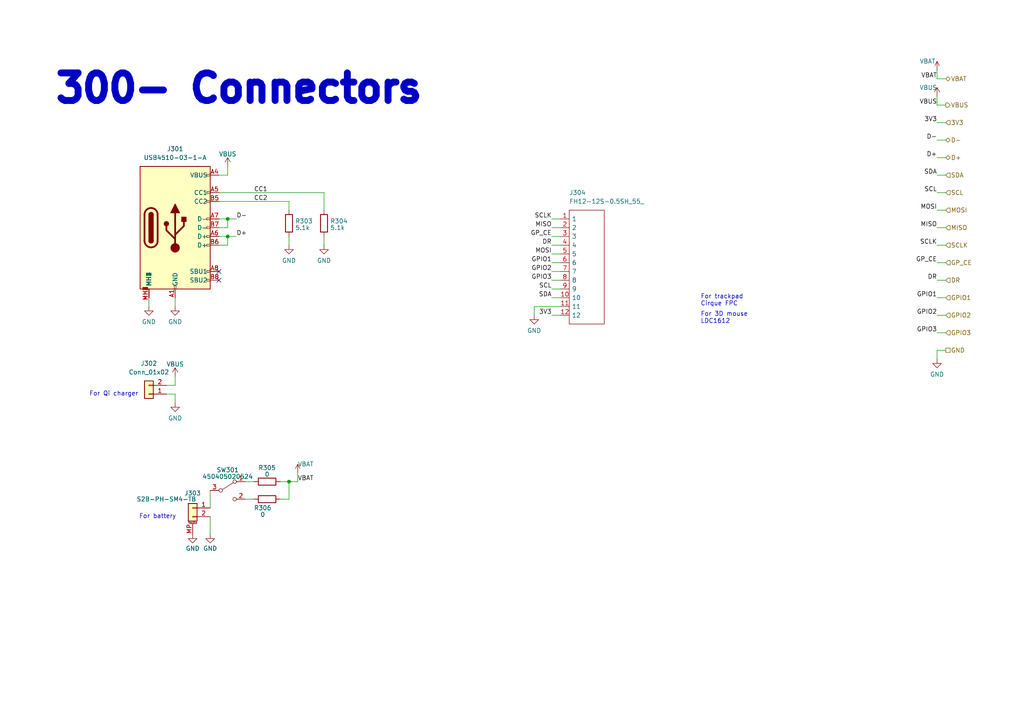
<source format=kicad_sch>
(kicad_sch (version 20231120) (generator "eeschema") (generator_version "8.0")
  (paper "A4")
  (title_block (title "PMK_Keyboard") (date "2024-02-11") (rev "HW01") (company "PumaCorp") (comment 1 "Design by: NdG"))
  (lib_symbols
    (symbol "Component lib:R" (pin_numbers hide) (pin_names (offset 0))
      (property "Reference" "R" (at 2.032 -3.81 90))
      (property "Value" "R" (at 0 -3.81 90))
      (symbol "R_0_1"
        (rectangle (start -1.016 -6.35) (end 1.016 -1.27) (stroke (width 0.254)))
      )
      (symbol "R_1_1"
        (pin passive line (at 0 0 270) (length 1.27) (name "~") (number "1"))
        (pin passive line (at 0 -7.62 90) (length 1.27) (name "~") (number "2"))
      )
    )
    (symbol "Component_lib:450405020524" (pin_names (offset 0) hide)
      (property "Reference" "SW" (at 0 4.318 0))
      (property "Value" "450405020524" (at 0 -5.08 0))
      (symbol "450405020524_0_0"
        (circle (center -2.032 0) (radius 0.508))
        (circle (center 2.032 -2.54) (radius 0.508))
      )
      (symbol "450405020524_0_1"
        (polyline (pts (xy -1.524 0.254) (xy 1.651 2.286)))
        (circle (center 2.032 2.54) (radius 0.508))
      )
      (symbol "450405020524_1_1"
        (pin passive line (at 5.08 2.54 180) (length 2.54) (name "A") (number "1"))
        (pin passive line (at 5.08 -2.54 180) (length 2.54) (name "C") (number "2"))
        (pin passive line (at -5.08 0 0) (length 2.54) (name "B") (number "3"))
      )
    )
    (symbol "Component_lib:FH12-12S-0.5SH_55_" (pin_names (offset 0.762))
      (property "Reference" "J" (at 2.54 2.54 0))
      (property "Value" "FH12-12S-0.5SH_55_" (at 7.62 2.54 0))
      (symbol "FH12-12S-0.5SH_55__0_0"
        (pin passive line (at 0 0 0) (length 2.54) (name "1") (number "1"))
        (pin passive line (at 0 -22.86 0) (length 2.54) (name "10") (number "10"))
        (pin passive line (at 0 -25.4 0) (length 2.54) (name "11") (number "11"))
        (pin passive line (at 0 -27.94 0) (length 2.54) (name "12") (number "12"))
        (pin passive line (at 0 -2.54 0) (length 2.54) (name "2") (number "2"))
        (pin passive line (at 0 -5.08 0) (length 2.54) (name "3") (number "3"))
        (pin passive line (at 0 -7.62 0) (length 2.54) (name "4") (number "4"))
        (pin passive line (at 0 -10.16 0) (length 2.54) (name "5") (number "5"))
        (pin passive line (at 0 -12.7 0) (length 2.54) (name "6") (number "6"))
        (pin passive line (at 0 -15.24 0) (length 2.54) (name "7") (number "7"))
        (pin passive line (at 0 -17.78 0) (length 2.54) (name "8") (number "8"))
        (pin passive line (at 0 -20.32 0) (length 2.54) (name "9") (number "9"))
      )
      (symbol "FH12-12S-0.5SH_55__0_1"
        (rectangle (start 2.54 2.54) (end 12.7 -30.48) (stroke (width 0.1524)))
      )
    )
    (symbol "Component_lib:S2B-PH-SM4-TB" (pin_names (offset 1.016) hide)
      (property "Reference" "J" (at 0 2.54 0))
      (property "Value" "S2B-PH-SM4-TB" (at 1.27 -2.54 0))
      (symbol "S2B-PH-SM4-TB_1_1"
        (polyline (pts (xy 4.064 -4.572) (xy 6.096 -4.572)) (stroke (width 0.1524)))
        (rectangle (start 3.81 -2.413) (end 5.08 -2.667) (stroke (width 0.1524)))
        (rectangle (start 3.81 0.127) (end 5.08 -0.127) (stroke (width 0.1524)))
        (rectangle (start 3.81 1.27) (end 6.35 -3.81) (stroke (width 0.254)) (fill (type background)))
        (text "Mounting" (at 5.08 -4.191 0) (effects (font (size 0.381 0.381))))
        (pin passive line (at 0 0 0) (length 3.81) (name "Pin_1") (number "1"))
        (pin passive line (at 0 -2.54 0) (length 3.81) (name "Pin_2") (number "2"))
        (pin passive line (at 5.08 -7.62 90) (length 3.048) (name "MountPin") (number "MP"))
      )
    )
    (symbol "Component_lib:USB4510-03-1-A" (pin_names (offset 0.762))
      (property "Reference" "J" (at 0 5.08 0))
      (property "Value" "USB4510-03-1-A" (at 0 2.54 0))
      (symbol "USB4510-03-1-A_0_0"
        (rectangle (start 9.906 -35.56) (end 10.414 -34.544))
        (rectangle (start 20.32 -32.766) (end 19.304 -33.274))
        (rectangle (start 20.32 -30.226) (end 19.304 -30.734))
        (rectangle (start 20.32 -22.606) (end 19.304 -23.114))
        (rectangle (start 20.32 -20.066) (end 19.304 -20.574))
        (rectangle (start 20.32 -17.526) (end 19.304 -18.034))
        (rectangle (start 20.32 -14.986) (end 19.304 -15.494))
        (rectangle (start 20.32 -9.906) (end 19.304 -10.414))
        (rectangle (start 20.32 -7.366) (end 19.304 -7.874))
        (rectangle (start 20.32 -2.286) (end 19.304 -2.794))
        (pin passive line (at 2.54 -38.1 90) (length 2.54) (name "MH1") (number "MH1"))
        (pin passive line (at 2.54 -38.1 90) (length 2.54) (name "MH2") (number "MH2"))
        (pin passive line (at 2.54 -38.1 90) (length 2.54) (name "MH3") (number "MH3"))
        (pin passive line (at 2.54 -38.1 90) (length 2.54) (name "MH4") (number "MH4"))
      )
      (symbol "USB4510-03-1-A_0_1"
        (polyline (pts (xy 1.27 -21.59) (xy 1.27 -13.97)) (stroke (width 0.508)))
        (polyline (pts (xy 5.08 -13.97) (xy 5.08 -21.59)) (stroke (width 0.508)))
        (polyline (pts (xy 10.16 -23.622) (xy 10.16 -13.462)) (stroke (width 0.508)))
        (polyline (pts (xy 10.16 -21.082) (xy 7.62 -18.542) (xy 7.62 -17.272)) (stroke (width 0.508)))
        (polyline (pts (xy 10.16 -19.812) (xy 12.7 -17.272) (xy 12.7 -16.002)) (stroke (width 0.508)))
        (polyline (pts (xy 8.89 -13.462) (xy 10.16 -10.922) (xy 11.43 -13.462) (xy 8.89 -13.462)) (stroke (width 0.254)) (fill (type outline)))
        (rectangle (start 0 0) (end 20.32 -35.56) (stroke (width 0.254)) (fill (type background)))
        (arc (start 1.27 -21.59) (mid 3.175 -23.4867) (end 5.08 -21.59) (stroke (width 0.508)))
        (arc (start 2.54 -21.59) (mid 3.175 -22.2223) (end 3.81 -21.59) (stroke (width 0.254)))
        (arc (start 2.54 -21.59) (mid 3.175 -22.2223) (end 3.81 -21.59) (stroke (width 0.254)) (fill (type outline)))
        (rectangle (start 2.54 -21.59) (end 3.81 -13.97) (stroke (width 0.254)) (fill (type outline)))
        (arc (start 3.81 -13.97) (mid 3.175 -13.3377) (end 2.54 -13.97) (stroke (width 0.254)))
        (arc (start 3.81 -13.97) (mid 3.175 -13.3377) (end 2.54 -13.97) (stroke (width 0.254)) (fill (type outline)))
        (arc (start 5.08 -13.97) (mid 3.175 -12.0733) (end 1.27 -13.97) (stroke (width 0.508)))
        (circle (center 7.62 -16.637) (radius 0.635) (stroke (width 0.254)) (fill (type outline)))
        (circle (center 10.16 -23.622) (radius 1.27) (fill (type outline)))
        (rectangle (start 12.065 -16.002) (end 13.335 -14.732) (stroke (width 0.254)) (fill (type outline)))
      )
      (symbol "USB4510-03-1-A_1_1"
        (pin passive line (at 10.16 -38.1 90) (length 2.54) (name "GND") (number "A1"))
        (pin passive line (at 10.16 -38.1 90) (length 2.54) hide (name "GND") (number "A12"))
        (pin passive line (at 22.86 -2.54 180) (length 2.54) (name "VBUS") (number "A4"))
        (pin bidirectional line (at 22.86 -7.62 180) (length 2.54) (name "CC1") (number "A5"))
        (pin bidirectional line (at 22.86 -20.32 180) (length 2.54) (name "D+") (number "A6"))
        (pin bidirectional line (at 22.86 -15.24 180) (length 2.54) (name "D-") (number "A7"))
        (pin bidirectional line (at 22.86 -30.48 180) (length 2.54) (name "SBU1") (number "A8"))
        (pin passive line (at 22.86 -2.54 180) (length 2.54) hide (name "VBUS") (number "A9"))
        (pin passive line (at 10.16 -38.1 90) (length 2.54) hide (name "GND") (number "B1"))
        (pin passive line (at 10.16 -38.1 90) (length 2.54) hide (name "GND") (number "B12"))
        (pin passive line (at 22.86 -2.54 180) (length 2.54) hide (name "VBUS") (number "B4"))
        (pin bidirectional line (at 22.86 -10.16 180) (length 2.54) (name "CC2") (number "B5"))
        (pin bidirectional line (at 22.86 -22.86 180) (length 2.54) (name "D+") (number "B6"))
        (pin bidirectional line (at 22.86 -17.78 180) (length 2.54) (name "D-") (number "B7"))
        (pin bidirectional line (at 22.86 -33.02 180) (length 2.54) (name "SBU2") (number "B8"))
        (pin passive line (at 22.86 -2.54 180) (length 2.54) hide (name "VBUS") (number "B9"))
      )
    )
    (symbol "Component_lib:VBAT" (power) (pin_numbers hide) (in_bom no) (on_board no)
      (property "Value" "VBAT" (at 0 3.81 0))
      (symbol "VBAT_0_0"
        (pin passive line (at 0 0 90) (length 2.54) hide (name "") (number ""))
      )
      (symbol "VBAT_0_1"
        (polyline (pts (xy 0 0) (xy 0 2.54) (xy 0.635 1.27) (xy 0 2.54) (xy -0.635 1.27)) (stroke (width 0.1524)))
      )
    )
    (symbol "Connector_Generic:Conn_01x02" (pin_names (offset 1.016) hide)
      (property "Reference" "J" (at 0 2.54 0))
      (property "Value" "Conn_01x02" (at 0 -5.08 0))
      (symbol "Conn_01x02_1_1"
        (rectangle (start -1.27 -2.413) (end 0 -2.667) (stroke (width 0.1524)))
        (rectangle (start -1.27 0.127) (end 0 -0.127) (stroke (width 0.1524)))
        (rectangle (start -1.27 1.27) (end 1.27 -3.81) (stroke (width 0.254)) (fill (type background)))
        (pin passive line (at -5.08 0 0) (length 3.81) (name "Pin_1") (number "1"))
        (pin passive line (at -5.08 -2.54 0) (length 3.81) (name "Pin_2") (number "2"))
      )
    )
    (symbol "GND_1" (power) (pin_names (offset 0))
      (property "Value" "GND_1" (at 0 -3.81 0))
      (symbol "GND_1_0_1"
        (polyline (pts (xy 0 0) (xy 0 -1.27) (xy 1.27 -1.27) (xy 0 -2.54) (xy -1.27 -1.27) (xy 0 -1.27)))
      )
      (symbol "GND_1_1_1"
        (pin power_in line (at 0 0 270) (length 0) hide (name "GND") (number "1"))
      )
    )
    (symbol "power:GND" (power) (pin_names (offset 0))
      (property "Value" "GND" (at 0 -3.81 0))
      (symbol "GND_0_1"
        (polyline (pts (xy 0 0) (xy 0 -1.27) (xy 1.27 -1.27) (xy 0 -2.54) (xy -1.27 -1.27) (xy 0 -1.27)))
      )
      (symbol "GND_1_1"
        (pin power_in line (at 0 0 270) (length 0) hide (name "GND") (number "1"))
      )
    )
    (symbol "power:VBUS" (power) (pin_names (offset 0))
      (property "Value" "VBUS" (at 0 3.81 0))
      (symbol "VBUS_0_1"
        (polyline (pts (xy -0.762 1.27) (xy 0 2.54)))
        (polyline (pts (xy 0 0) (xy 0 2.54)))
        (polyline (pts (xy 0 2.54) (xy 0.762 1.27)))
      )
      (symbol "VBUS_1_1"
        (pin power_in line (at 0 0 90) (length 0) hide (name "VBUS") (number "1"))
      )
    )
  )
  (junction (at 66.04 68.58))
  (junction (at 83.82 139.7))
  (junction (at 66.04 63.5))
  (no_connect (at 63.5 81.28))
  (no_connect (at 63.5 78.74))
  (wire (pts (xy 83.82 139.7) (xy 86.36 139.7)))
  (wire (pts (xy 271.78 66.04) (xy 274.32 66.04)))
  (wire (pts (xy 160.02 83.82) (xy 162.56 83.82)))
  (wire (pts (xy 271.78 20.32) (xy 271.78 22.86)))
  (wire (pts (xy 81.28 139.7) (xy 83.82 139.7)))
  (wire (pts (xy 271.78 81.28) (xy 274.32 81.28)))
  (wire (pts (xy 71.12 144.78) (xy 73.66 144.78)))
  (wire (pts (xy 63.5 58.42) (xy 83.82 58.42)))
  (wire (pts (xy 83.82 144.78) (xy 81.28 144.78)))
  (wire (pts (xy 66.04 63.5) (xy 63.5 63.5)))
  (wire (pts (xy 160.02 76.2) (xy 162.56 76.2)))
  (wire (pts (xy 66.04 63.5) (xy 68.58 63.5)))
  (wire (pts (xy 154.94 88.9) (xy 154.94 91.44)))
  (wire (pts (xy 50.8 111.76) (xy 50.8 109.22)))
  (wire (pts (xy 71.12 139.7) (xy 73.66 139.7)))
  (wire (pts (xy 271.78 91.44) (xy 274.32 91.44)))
  (wire (pts (xy 271.78 27.94) (xy 271.78 30.48)))
  (wire (pts (xy 271.78 30.48) (xy 274.32 30.48)))
  (wire (pts (xy 271.78 76.2) (xy 274.32 76.2)))
  (wire (pts (xy 83.82 68.58) (xy 83.82 71.12)))
  (wire (pts (xy 271.78 104.14) (xy 271.78 101.6)))
  (wire (pts (xy 160.02 63.5) (xy 162.56 63.5)))
  (wire (pts (xy 271.78 45.72) (xy 274.32 45.72)))
  (wire (pts (xy 160.02 81.28) (xy 162.56 81.28)))
  (wire (pts (xy 160.02 68.58) (xy 162.56 68.58)))
  (wire (pts (xy 160.02 91.44) (xy 162.56 91.44)))
  (wire (pts (xy 271.78 22.86) (xy 274.32 22.86)))
  (wire (pts (xy 48.26 111.76) (xy 50.8 111.76)))
  (wire (pts (xy 93.98 55.88) (xy 93.98 60.96)))
  (wire (pts (xy 154.94 88.9) (xy 162.56 88.9)))
  (wire (pts (xy 66.04 68.58) (xy 68.58 68.58)))
  (wire (pts (xy 271.78 55.88) (xy 274.32 55.88)))
  (wire (pts (xy 160.02 86.36) (xy 162.56 86.36)))
  (wire (pts (xy 48.26 114.3) (xy 50.8 114.3)))
  (wire (pts (xy 86.36 137.16) (xy 86.36 139.7)))
  (wire (pts (xy 63.5 68.58) (xy 66.04 68.58)))
  (wire (pts (xy 60.96 142.24) (xy 60.96 147.32)))
  (wire (pts (xy 63.5 55.88) (xy 93.98 55.88)))
  (wire (pts (xy 66.04 71.12) (xy 63.5 71.12)))
  (wire (pts (xy 271.78 101.6) (xy 274.32 101.6)))
  (wire (pts (xy 271.78 35.56) (xy 274.32 35.56)))
  (wire (pts (xy 60.96 149.86) (xy 60.96 154.94)))
  (wire (pts (xy 43.18 86.36) (xy 43.18 88.9)))
  (wire (pts (xy 271.78 60.96) (xy 274.32 60.96)))
  (wire (pts (xy 271.78 96.52) (xy 274.32 96.52)))
  (wire (pts (xy 63.5 66.04) (xy 66.04 66.04)))
  (wire (pts (xy 160.02 73.66) (xy 162.56 73.66)))
  (wire (pts (xy 66.04 68.58) (xy 66.04 71.12)))
  (wire (pts (xy 271.78 86.36) (xy 274.32 86.36)))
  (wire (pts (xy 93.98 68.58) (xy 93.98 71.12)))
  (wire (pts (xy 66.04 66.04) (xy 66.04 63.5)))
  (wire (pts (xy 66.04 50.8) (xy 63.5 50.8)))
  (wire (pts (xy 83.82 60.96) (xy 83.82 58.42)))
  (wire (pts (xy 160.02 66.04) (xy 162.56 66.04)))
  (wire (pts (xy 271.78 71.12) (xy 274.32 71.12)))
  (wire (pts (xy 50.8 86.36) (xy 50.8 88.9)))
  (wire (pts (xy 160.02 71.12) (xy 162.56 71.12)))
  (wire (pts (xy 271.78 40.64) (xy 274.32 40.64)))
  (wire (pts (xy 50.8 114.3) (xy 50.8 116.84)))
  (wire (pts (xy 66.04 48.26) (xy 66.04 50.8)))
  (wire (pts (xy 160.02 78.74) (xy 162.56 78.74)))
  (wire (pts (xy 271.78 50.8) (xy 274.32 50.8)))
  (wire (pts (xy 83.82 139.7) (xy 83.82 144.78)))
  (text "300- Connectors" (at 15.24 30.48 0) (effects (font (size 8 8) (thickness 3) (bold yes)) (justify left bottom)))
  (text "For battery" (at 45.72 149.86 0) (effects (font (size 1.27 1.27))))
  (text "For trackpad\nCirque FPC" (at 203.2 88.9 0) (effects (font (size 1.27 1.27)) (justify left bottom)))
  (text "For Qi charger" (at 33.02 114.3 0) (effects (font (size 1.27 1.27))))
  (text "For 3D mouse\nLDC1612" (at 203.2 93.98 0) (effects (font (size 1.27 1.27)) (justify left bottom)))
  (label "DR" (at 271.78 81.28 180))
  (label "SDA" (at 271.78 50.8 180))
  (label "VBAT" (at 271.78 22.86 180))
  (label "VBAT" (at 86.36 139.7 0))
  (label "GPIO3" (at 160.02 81.28 180))
  (label "D-" (at 68.58 63.5 0))
  (label "GPIO2" (at 271.78 91.44 180))
  (label "VBUS" (at 271.78 30.48 180))
  (label "GPIO3" (at 271.78 96.52 180))
  (label "D+" (at 68.58 68.58 0))
  (label "MOSI" (at 271.78 60.96 180))
  (label "3V3" (at 160.02 91.44 180))
  (label "SCL" (at 160.02 83.82 180))
  (label "CC2" (at 73.66 58.42 0))
  (label "GPIO1" (at 271.78 86.36 180))
  (label "MOSI" (at 160.02 73.66 180))
  (label "SCLK" (at 271.78 71.12 180))
  (label "SDA" (at 160.02 86.36 180))
  (label "GP_CE" (at 271.78 76.2 180))
  (label "GP_CE" (at 160.02 68.58 180))
  (label "D+" (at 271.78 45.72 180))
  (label "SCLK" (at 160.02 63.5 180))
  (label "D-" (at 271.78 40.64 180))
  (label "MISO" (at 271.78 66.04 180))
  (label "SCL" (at 271.78 55.88 180))
  (label "DR" (at 160.02 71.12 180))
  (label "3V3" (at 271.78 35.56 180))
  (label "CC1" (at 73.66 55.88 0))
  (label "MISO" (at 160.02 66.04 180))
  (label "GPIO2" (at 160.02 78.74 180))
  (label "GPIO1" (at 160.02 76.2 180))
  (hierarchical_label "D-" (shape bidirectional) (at 274.32 40.64 0))
  (hierarchical_label "3V3" (shape input) (at 274.32 35.56 0))
  (hierarchical_label "MISO" (shape input) (at 274.32 66.04 0))
  (hierarchical_label "GPIO2" (shape input) (at 274.32 91.44 0))
  (hierarchical_label "GND" (shape passive) (at 274.32 101.6 0))
  (hierarchical_label "SCL" (shape input) (at 274.32 55.88 0))
  (hierarchical_label "GP_CE" (shape input) (at 274.32 76.2 0))
  (hierarchical_label "SCLK" (shape input) (at 274.32 71.12 0))
  (hierarchical_label "GPIO3" (shape input) (at 274.32 96.52 0))
  (hierarchical_label "VBUS" (shape output) (at 274.32 30.48 0))
  (hierarchical_label "GPIO1" (shape input) (at 274.32 86.36 0))
  (hierarchical_label "MOSI" (shape input) (at 274.32 60.96 0))
  (hierarchical_label "D+" (shape bidirectional) (at 274.32 45.72 0))
  (hierarchical_label "VBAT" (shape bidirectional) (at 274.32 22.86 0))
  (hierarchical_label "SDA" (shape input) (at 274.32 50.8 0))
  (hierarchical_label "DR" (shape input) (at 274.32 81.28 0))
  (symbol (lib_id "Component_lib:FH12-12S-0.5SH_55_") (at 162.56 63.5 0) (unit 1)
    (property "Reference" "J304" (at 165.1 55.88 0) (effects (justify left)))
    (property "Value" "FH12-12S-0.5SH_55_" (at 165.1 58.42 0) (effects (justify left)))
    (property "Footprint" "Component_lib:FH12-12S-0.5SH_55_" (effects (hide yes)))
    (property "Datasheet" "https://www.mouser.ch/ProductDetail/798-FH12-12S-0.5SH55" (effects (hide yes)))
    (property "Description" "HIROSE(HRS) - FH12-12S-0.5SH(55) - SOCKET FFC/FPC, ZIF, 0.5MM, 12WAY" (effects (hide yes)))
    (property "Mouser Part Number" "798-FH12-12S-0.5SH55" (effects (hide yes)))
    (property "Mouser Price/Stock" "https://www.mouser.co.uk/ProductDetail/Hirose-Connector/FH12-12S-0.5SH55?qs=Ux3WWAnHpjA1i1nP49r1%2FQ%3D%3D" (effects (hide yes)))
    (property "Manufacturer_Name" "Hirose" (effects (hide yes)))
    (property "Manufacturer_Part_Number" "FH12-12S-0.5SH(55)" (effects (hide yes)))
  )
  (symbol (lib_id "Component lib:R") (at 83.82 60.96 0) (unit 1)
    (property "Reference" "R303" (at 85.598 64.1263 0) (effects (justify left)))
    (property "Value" "5.1k" (at 85.598 66.0473 0) (effects (justify left)))
    (property "Footprint" "Resistor_SMD:R_0402_1005Metric" (effects (hide yes)))
  )
  (symbol (lib_id "power:GND") (at 43.18 88.9 0) (unit 1)
    (property "Reference" "#PWR0321" (effects (hide yes)))
    (property "Value" "GND" (at 43.18 93.3434 0))
  )
  (symbol (lib_id "Connector_Generic:Conn_01x02") (at 43.18 114.3 180) (unit 1)
    (property "Reference" "J302" (at 43.18 105.41 0))
    (property "Value" "Conn_01x02" (at 43.18 107.95 0))
    (property "Footprint" "Connector_PinHeader_2.54mm:PinHeader_1x02_P2.54mm_Vertical" (effects (hide yes)))
    (property "Description" "Generic connector, single row, 01x02, script generated (kicad-library-utils/schlib/autogen/connector/)" (effects (hide yes)))
  )
  (symbol (lib_id "Component_lib:450405020524") (at 66.04 142.24 0) (unit 1)
    (property "Reference" "SW301" (at 66.04 136.3091 0))
    (property "Value" "450405020524" (at 66.04 138.2301 0))
    (property "Footprint" "Component_lib:450405020524_DUALSIDE" (effects (hide yes)))
    (property "Datasheet" "https://www.mouser.ch/ProductDetail/710-450405020524" (effects (hide yes)))
  )
  (symbol (lib_id "power:GND") (at 83.82 71.12 0) (unit 1)
    (property "Reference" "#PWR0318" (effects (hide yes)))
    (property "Value" "GND" (at 83.82 75.5634 0))
  )
  (symbol (lib_id "Component_lib:S2B-PH-SM4-TB") (at 60.96 147.32 0) (mirror y) (unit 1)
    (property "Reference" "J303" (at 55.88 143.0401 0))
    (property "Value" "S2B-PH-SM4-TB" (at 48.26 144.78 0))
    (property "Footprint" "Component_lib:JST_PH_S2B-PH-SM4-TB_1x02-1MP_P2.00mm_Horizontal_DUALSIDE" (effects (hide yes)))
    (property "Datasheet" "https://www.digikey.ch/de/products/detail/jst-sales-america-inc./S2B-PH-SM4-TB/926846?utm_adgroup=General&utm_source=google&utm_medium=cpc&utm_campaign=Shopping_Product_All%20%28Catch-up%29&utm_term=&productid=926846&utm_content=General&utm_id=go_cmp-17998691427_adg-142975836667_ad-615797033692_pla-293946777986_dev-c_ext-_prd-926846_sig-CjwKCAiA_aGuBhACEiwAly57MUivoDja23i39S08pqlBL_hz8j8Q1-EzZKUcIjgt6XCmc5HoJvPWRxoCrIMQAvD_BwE&gad_source=1&gclid=CjwKCAiA_aGuBhACEiwAly57MUivoDja23i39S08pqlBL_hz8j8Q1-EzZKUcIjgt6XCmc5HoJvPWRxoCrIMQAvD_BwE" (effects (hide yes)))
  )
  (symbol (lib_id "Component_lib:VBAT") (at 271.78 20.32 0) (unit 1) (in_bom no) (on_board no)
    (property "Reference" "#VBAT0301" (effects (hide yes)))
    (property "Value" "VBAT" (at 266.7 17.78 0) (effects (justify left)))
  )
  (symbol (lib_id "power:VBUS") (at 271.78 27.94 0) (unit 1)
    (property "Reference" "#PWR0316" (effects (hide yes)))
    (property "Value" "VBUS" (at 269.24 25.4 0))
  )
  (symbol (lib_id "power:GND") (at 154.94 91.44 0) (unit 1)
    (property "Reference" "#PWR0320" (effects (hide yes)))
    (property "Value" "GND" (at 154.94 95.8834 0))
  )
  (symbol (lib_id "power:GND") (at 50.8 88.9 0) (unit 1)
    (property "Reference" "#PWR0322" (effects (hide yes)))
    (property "Value" "GND" (at 50.8 93.3434 0))
  )
  (symbol (lib_id "Component lib:R") (at 73.66 139.7 90) (unit 1)
    (property "Reference" "R305" (at 77.47 135.6741 90))
    (property "Value" "0" (at 77.47 137.5951 90))
    (property "Footprint" "Resistor_SMD:R_0402_1005Metric" (effects (hide yes)))
  )
  (symbol (lib_id "Component lib:R") (at 73.66 144.78 90) (unit 1)
    (property "Reference" "R306" (at 76.2 147.32 90))
    (property "Value" "0" (at 76.2 149.241 90))
    (property "Footprint" "Resistor_SMD:R_0402_1005Metric" (effects (hide yes)))
  )
  (symbol (lib_id "power:GND") (at 93.98 71.12 0) (unit 1)
    (property "Reference" "#PWR0319" (effects (hide yes)))
    (property "Value" "GND" (at 93.98 75.5634 0))
  )
  (symbol (lib_id "Component lib:R") (at 93.98 60.96 0) (unit 1)
    (property "Reference" "R304" (at 95.758 64.1263 0) (effects (justify left)))
    (property "Value" "5.1k" (at 95.758 66.0473 0) (effects (justify left)))
    (property "Footprint" "Resistor_SMD:R_0402_1005Metric" (effects (hide yes)))
  )
  (symbol (lib_id "Component_lib:USB4510-03-1-A") (at 40.64 48.26 0) (unit 1)
    (property "Reference" "J301" (at 50.8 43.18 0))
    (property "Value" "USB4510-03-1-A" (at 50.8 45.72 0))
    (property "Footprint" "Component_lib:USB4510031A" (effects (hide yes)))
    (property "Datasheet" "https://gct.co/files/drawings/usb4510.pdf" (effects (hide yes)))
    (property "Description" "USB Connectors USB C Rec 16P 3u\" Mid Mnt 1.6mm O-set SMT L = 6.5mm S-Spring" (effects (hide yes)))
    (property "Height" "3.36" (effects (hide yes)))
    (property "Mouser Part Number" "640-USB4510031A" (effects (hide yes)))
    (property "Mouser Price/Stock" "https://www.mouser.co.uk/ProductDetail/GCT/USB4510-03-1-A?qs=7D1LtPJG0i3iod3O3OZ7LA%3D%3D" (effects (hide yes)))
    (property "Manufacturer_Name" "GCT (GLOBAL CONNECTOR TECHNOLOGY)" (effects (hide yes)))
    (property "Manufacturer_Part_Number" "USB4510-03-1-A" (effects (hide yes)))
  )
  (symbol (lib_id "power:VBUS") (at 50.8 109.22 0) (unit 1)
    (property "Reference" "#PWR0212" (effects (hide yes)))
    (property "Value" "VBUS" (at 50.8 105.6442 0))
  )
  (symbol (lib_id "power:GND") (at 271.78 104.14 0) (unit 1)
    (property "Reference" "#PWR0323" (effects (hide yes)))
    (property "Value" "GND" (at 271.78 108.5834 0))
  )
  (symbol (lib_id "power:VBUS") (at 66.04 48.26 0) (unit 1)
    (property "Reference" "#PWR0317" (effects (hide yes)))
    (property "Value" "VBUS" (at 66.04 44.6842 0))
  )
  (symbol (lib_id "power:GND") (at 50.8 116.84 0) (unit 1)
    (property "Reference" "#PWR0211" (effects (hide yes)))
    (property "Value" "GND" (at 50.8 121.2834 0))
  )
  (symbol (lib_name "GND_1") (lib_id "power:GND") (at 55.88 154.94 0) (unit 1)
    (property "Reference" "#PWR0326" (effects (hide yes)))
    (property "Value" "GND" (at 55.88 159.0755 0))
  )
  (symbol (lib_id "Component_lib:VBAT") (at 86.36 137.16 0) (unit 1) (in_bom no) (on_board no)
    (property "Reference" "#VBAT0302" (effects (hide yes)))
    (property "Value" "VBAT" (at 86.36 134.62 0) (effects (justify left)))
  )
  (symbol (lib_name "GND_1") (lib_id "power:GND") (at 60.96 154.94 0) (unit 1)
    (property "Reference" "#PWR0327" (effects (hide yes)))
    (property "Value" "GND" (at 60.96 159.0755 0))
  )
)
</source>
